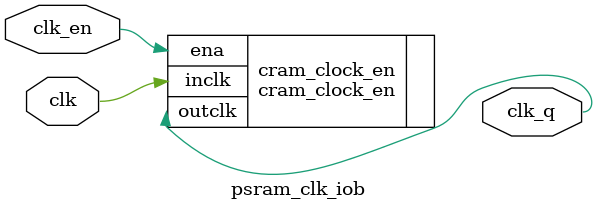
<source format=v>
module psram_wait_iob (
	 input 	iff_d,
    output reg iff_q,
    input 	iff_clk,
    input 	iff_en
);

initial begin
	iff_q <= 'b0;
end


always @(posedge iff_clk) if (iff_en) iff_q <= iff_d;

endmodule



module psram_off_iob(
    input 	off_d,
    output reg off_q,
    input 	off_clk
	 );
	 
initial begin
	off_q <= 'b0;
end


always @(posedge off_clk) off_q <= off_d; 
	 
endmodule


module psram_data_iob(
    input 	iff_d,
    output reg iff_q,
    input 	iff_clk,
    input 	off_d,
    output reg off_q,
    input 	off_clk
	 );

initial begin
	iff_q <= 'b0;
	off_q <= 'b0;
end
	 
always @(posedge iff_clk) iff_q <= iff_d;
always @(posedge off_clk) off_q <= off_d;
	 
endmodule

module psram_clk_iob(
    input 	clk,    
	 input 	clk_en, 
	 output	clk_q  
	 );


	 cram_clock_en cram_clock_en(
		.inclk 	(clk),
		.ena		(clk_en),
		.outclk 	(clk_q)
	 
	 );
	 
endmodule
</source>
